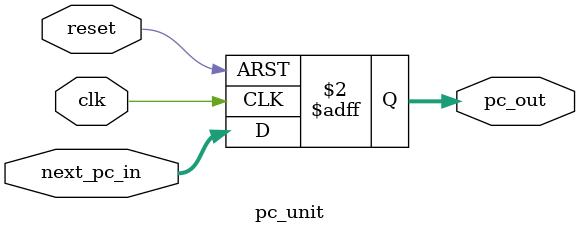
<source format=v>


//     input wire [31:0] imm_branch,  // 分岐・ジャンプのオフセット（符号付き）
//     input wire branch_taken,       // beq, bne が成功した場合 1
//     input wire jump_en,            // jal, jalr などジャンプ命令が有効な場合 1

//     output reg [31:0] pc_out       // 現在のPC
// );

//     wire [31:0] pc_plus4 = pc_out + 4;
//     wire [31:0] pc_branch_target = pc_out + imm_branch;

//     wire [31:0] next_pc =
//         (branch_taken || jump_en) ? pc_branch_target : pc_plus4;

//     always @(posedge clk or posedge reset) begin
//         if (reset) begin
//             pc_out <= 32'h00000000;
//         end else begin
//             pc_out <= next_pc;
//         end
//     end

// endmodule
// pc_unit.v

module pc_unit (
    input wire clk,
    input wire reset,
    input wire [31:0] next_pc_in,
    output reg [31:0] pc_out
);

    always @(posedge clk or posedge reset) begin
        if (reset)
            pc_out <= 32'h00000000;
        else
            pc_out <= next_pc_in;
    end

endmodule

</source>
